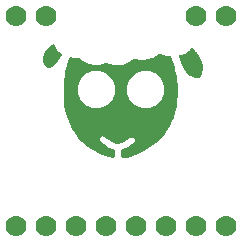
<source format=gtl>
G04 #@! TF.FileFunction,Copper,L1,Top,Signal*
%FSLAX46Y46*%
G04 Gerber Fmt 4.6, Leading zero omitted, Abs format (unit mm)*
G04 Created by KiCad (PCBNEW 4.0.7) date 09/17/17 22:01:51*
%MOMM*%
%LPD*%
G01*
G04 APERTURE LIST*
%ADD10C,0.100000*%
%ADD11C,1.778000*%
%ADD12C,0.025400*%
%ADD13C,0.254000*%
G04 APERTURE END LIST*
D10*
D11*
X52303680Y-39850060D03*
X54843680Y-39850060D03*
X67543680Y-39850060D03*
X70083680Y-39850060D03*
X52303680Y-57630060D03*
X54843680Y-57630060D03*
X57383680Y-57630060D03*
X59923680Y-57630060D03*
X62463680Y-57630060D03*
X65003680Y-57630060D03*
X67543680Y-57630060D03*
X70083680Y-57630060D03*
D12*
X55433370Y-42220396D02*
X55433370Y-42220396D01*
X55370716Y-42271196D02*
X55441391Y-42271196D01*
X55308063Y-42321996D02*
X55449412Y-42321996D01*
X55245410Y-42372796D02*
X55457433Y-42372796D01*
X55182756Y-42423596D02*
X55476749Y-42423596D01*
X55120103Y-42474396D02*
X55502149Y-42474396D01*
X55059758Y-42525196D02*
X55527549Y-42525196D01*
X55003313Y-42575996D02*
X55553556Y-42575996D01*
X54954804Y-42626796D02*
X55590245Y-42626796D01*
X54909504Y-42677596D02*
X55626934Y-42677596D01*
X54864553Y-42728396D02*
X55663622Y-42728396D01*
X54826453Y-42779196D02*
X55705229Y-42779196D01*
X54788353Y-42829996D02*
X55752122Y-42829996D01*
X54755327Y-42880796D02*
X55799014Y-42880796D01*
X54731881Y-42931596D02*
X55864561Y-42931596D01*
X54708435Y-42982396D02*
X55932294Y-42982396D01*
X54690354Y-43033196D02*
X56006974Y-43033196D01*
X54673421Y-43083996D02*
X56088254Y-43083996D01*
X54656488Y-43134796D02*
X56076384Y-43134796D01*
X54641070Y-43185596D02*
X56025584Y-43185596D01*
X54629118Y-43236396D02*
X55989829Y-43236396D01*
X54617165Y-43287196D02*
X55959349Y-43287196D01*
X54605212Y-43337996D02*
X55928869Y-43337996D01*
X54600879Y-43388796D02*
X55898389Y-43388796D01*
X54596645Y-43439596D02*
X55867909Y-43439596D01*
X54595180Y-43490396D02*
X55837429Y-43490396D01*
X54595180Y-43541196D02*
X55799893Y-43541196D01*
X54596309Y-43591996D02*
X55760815Y-43591996D01*
X54599937Y-43642796D02*
X55721738Y-43642796D01*
X54603566Y-43693596D02*
X55682661Y-43693596D01*
X54610431Y-43744396D02*
X55643584Y-43744396D01*
X54619668Y-43795196D02*
X55602527Y-43795196D01*
X54633295Y-43845996D02*
X55560692Y-43845996D01*
X54652344Y-43896796D02*
X55518857Y-43896796D01*
X54681852Y-43947596D02*
X55471755Y-43947596D01*
X54712435Y-43998396D02*
X55416336Y-43998396D01*
X54774524Y-44049196D02*
X55355049Y-44049196D01*
X54840380Y-44099996D02*
X55276027Y-44099996D01*
X54944547Y-44150796D02*
X55142378Y-44150796D01*
X55459935Y-42388641D02*
X55461121Y-42392340D01*
X55551121Y-42572340D01*
X55552184Y-42574096D01*
X55682184Y-42754096D01*
X55683148Y-42755274D01*
X55803148Y-42885274D01*
X55804860Y-42886820D01*
X55964860Y-43006820D01*
X55965749Y-43007430D01*
X56112211Y-43098969D01*
X56013500Y-43197680D01*
X56011590Y-43200126D01*
X55831966Y-43499500D01*
X55632552Y-43758737D01*
X55493243Y-43927898D01*
X55374698Y-44036564D01*
X55237256Y-44124920D01*
X55130215Y-44154113D01*
X55022955Y-44163864D01*
X54907257Y-44144581D01*
X54820038Y-44086435D01*
X54712233Y-43998231D01*
X54653964Y-43901117D01*
X54624772Y-43823269D01*
X54605099Y-43715071D01*
X54595180Y-43576203D01*
X54595180Y-43457187D01*
X54605058Y-43338651D01*
X54644710Y-43170130D01*
X54704305Y-42991345D01*
X54763447Y-42863204D01*
X54882100Y-42705000D01*
X54921460Y-42665640D01*
X54922123Y-42664925D01*
X54981588Y-42595549D01*
X55080738Y-42506314D01*
X55433370Y-42220396D01*
X55459935Y-42388641D01*
X67114101Y-42596241D02*
X67114101Y-42596241D01*
X67077814Y-42647041D02*
X67176411Y-42647041D01*
X67035337Y-42697841D02*
X67245577Y-42697841D01*
X66988459Y-42748641D02*
X67293704Y-42748641D01*
X66937659Y-42799441D02*
X67341831Y-42799441D01*
X66881959Y-42850241D02*
X67389957Y-42850241D01*
X66818804Y-42901041D02*
X67436474Y-42901041D01*
X66742604Y-42951841D02*
X67479459Y-42951841D01*
X66648916Y-43002641D02*
X67522443Y-43002641D01*
X66547316Y-43053441D02*
X67560288Y-43053441D01*
X66399897Y-43104241D02*
X67596574Y-43104241D01*
X66303545Y-43155041D02*
X67632835Y-43155041D01*
X66123751Y-43205841D02*
X67668004Y-43205841D01*
X66093428Y-43256641D02*
X67703173Y-43256641D01*
X66106767Y-43307441D02*
X67734405Y-43307441D01*
X66120622Y-43358241D02*
X67761300Y-43358241D01*
X66135906Y-43409041D02*
X67788194Y-43409041D01*
X66151781Y-43459841D02*
X67814871Y-43459841D01*
X66167655Y-43510641D02*
X67840271Y-43510641D01*
X66185337Y-43561441D02*
X67865671Y-43561441D01*
X66204392Y-43612241D02*
X67888130Y-43612241D01*
X66224712Y-43663041D02*
X67906273Y-43663041D01*
X66245032Y-43713841D02*
X67924415Y-43713841D01*
X66265352Y-43764641D02*
X67937909Y-43764641D01*
X66285672Y-43815441D02*
X67949198Y-43815441D01*
X66306241Y-43866241D02*
X67960487Y-43866241D01*
X66329332Y-43917041D02*
X67972238Y-43917041D01*
X66352423Y-43967841D02*
X67986752Y-43967841D01*
X66375514Y-44018641D02*
X68001266Y-44018641D01*
X66398605Y-44069441D02*
X68011179Y-44069441D01*
X66424327Y-44120241D02*
X68014354Y-44120241D01*
X66450831Y-44171041D02*
X68017529Y-44171041D01*
X66477335Y-44221841D02*
X68018918Y-44221841D01*
X66503840Y-44272641D02*
X68016096Y-44272641D01*
X66532475Y-44323441D02*
X68013274Y-44323441D01*
X66567111Y-44374241D02*
X68010452Y-44374241D01*
X66601748Y-44425041D02*
X68002363Y-44425041D01*
X66636384Y-44475841D02*
X67992838Y-44475841D01*
X66671021Y-44526641D02*
X67983313Y-44526641D01*
X66714772Y-44577441D02*
X67970478Y-44577441D01*
X66758946Y-44628241D02*
X67955964Y-44628241D01*
X66803120Y-44679041D02*
X67941449Y-44679041D01*
X66847293Y-44729841D02*
X67923573Y-44729841D01*
X66903531Y-44780641D02*
X67905431Y-44780641D01*
X66973870Y-44831441D02*
X67884385Y-44831441D01*
X67044208Y-44882241D02*
X67852057Y-44882241D01*
X67138872Y-44933041D02*
X67818139Y-44933041D01*
X67235392Y-44983841D02*
X67767339Y-44983841D01*
X67386584Y-45034641D02*
X67673360Y-45034641D01*
X67133500Y-42615640D02*
X67135010Y-42616931D01*
X67244065Y-42696244D01*
X67423020Y-42885140D01*
X67532448Y-43014464D01*
X67632079Y-43153948D01*
X67721610Y-43283271D01*
X67811184Y-43452466D01*
X67880779Y-43591656D01*
X67930252Y-43730182D01*
X67970082Y-43909415D01*
X67970269Y-43910149D01*
X68009891Y-44048825D01*
X68019758Y-44206706D01*
X68009846Y-44385132D01*
X67980107Y-44543737D01*
X67940382Y-44682775D01*
X67891001Y-44821043D01*
X67822512Y-44928668D01*
X67735730Y-45015450D01*
X67610572Y-45053960D01*
X67444540Y-45053960D01*
X67237478Y-44984939D01*
X67049194Y-44885842D01*
X66871099Y-44757218D01*
X66672555Y-44528892D01*
X66523398Y-44310129D01*
X66403897Y-44081085D01*
X66304165Y-43861676D01*
X66204308Y-43612033D01*
X66174499Y-43532542D01*
X66124676Y-43373107D01*
X66094845Y-43263728D01*
X66085361Y-43216311D01*
X66295822Y-43158913D01*
X66298648Y-43157762D01*
X66387619Y-43108334D01*
X66536496Y-43058708D01*
X66538160Y-43058019D01*
X66718160Y-42968019D01*
X66719525Y-42967227D01*
X66839525Y-42887227D01*
X66840843Y-42886218D01*
X66920843Y-42816218D01*
X66921460Y-42815640D01*
X67011460Y-42725640D01*
X67012123Y-42724925D01*
X67072123Y-42654925D01*
X67072814Y-42654042D01*
X67114101Y-42596241D01*
X67133500Y-42615640D01*
D13*
G36*
X64409648Y-43143898D02*
X64424146Y-43151436D01*
X64574006Y-43217476D01*
X64580627Y-43220174D01*
X64743187Y-43281134D01*
X64755908Y-43285156D01*
X64961648Y-43338496D01*
X64971195Y-43340582D01*
X65113435Y-43365982D01*
X65118209Y-43366741D01*
X65227429Y-43381981D01*
X65236341Y-43382906D01*
X65312050Y-43388068D01*
X65359702Y-43544638D01*
X65359816Y-43545009D01*
X65440300Y-43806581D01*
X65540561Y-44190082D01*
X65598398Y-44454120D01*
X65666288Y-44770937D01*
X65703696Y-44995388D01*
X65763971Y-45409778D01*
X65793847Y-45738414D01*
X65801311Y-45927496D01*
X65811364Y-46274336D01*
X65806396Y-46532699D01*
X65783960Y-46891667D01*
X65746414Y-47187031D01*
X65719112Y-47395518D01*
X65642101Y-47765667D01*
X65575317Y-48013014D01*
X65455280Y-48383129D01*
X65346194Y-48673200D01*
X65161597Y-49072328D01*
X65001614Y-49375066D01*
X64731932Y-49764879D01*
X64459435Y-50054559D01*
X64070306Y-50416250D01*
X63752119Y-50664834D01*
X63320375Y-50966805D01*
X63006171Y-51144937D01*
X62382658Y-51452937D01*
X62125401Y-51549408D01*
X61910203Y-51626088D01*
X61680966Y-51687711D01*
X61395165Y-51754233D01*
X61270869Y-51769149D01*
X61255076Y-51242718D01*
X61322335Y-51225127D01*
X61331743Y-51222273D01*
X61529863Y-51153693D01*
X61546986Y-51146318D01*
X61790826Y-51019318D01*
X61797067Y-51015841D01*
X61985027Y-50904081D01*
X61996680Y-50896249D01*
X62109144Y-50811276D01*
X62234250Y-50723702D01*
X62242723Y-50717224D01*
X62318923Y-50653724D01*
X62342640Y-50627573D01*
X62385820Y-50564073D01*
X62400670Y-50534615D01*
X62418450Y-50483815D01*
X62424599Y-50457612D01*
X62432219Y-50396652D01*
X62432477Y-50367370D01*
X62424857Y-50296250D01*
X62414469Y-50257830D01*
X62381449Y-50184170D01*
X62364270Y-50156212D01*
X62321090Y-50102872D01*
X62298580Y-50081180D01*
X62237620Y-50035460D01*
X62197913Y-50015416D01*
X62121713Y-49992556D01*
X62108983Y-49989443D01*
X62055643Y-49979283D01*
X62010422Y-49978866D01*
X61921522Y-49994106D01*
X61873381Y-50013049D01*
X61799721Y-50061309D01*
X61792272Y-50066581D01*
X61695752Y-50140241D01*
X61694830Y-50140952D01*
X61563726Y-50242922D01*
X61430659Y-50322762D01*
X61317978Y-50389891D01*
X61191147Y-50446512D01*
X61052723Y-50485089D01*
X60904006Y-50507622D01*
X60755553Y-50503319D01*
X60570806Y-50452124D01*
X60389906Y-50363993D01*
X60184901Y-50232204D01*
X60002751Y-50104949D01*
X59880219Y-50014926D01*
X59786957Y-49944349D01*
X59748564Y-49924515D01*
X59700304Y-49909275D01*
X59684778Y-49905429D01*
X59628898Y-49895269D01*
X59600663Y-49893340D01*
X59542243Y-49895880D01*
X59504040Y-49903523D01*
X59427840Y-49931463D01*
X59399270Y-49946282D01*
X59333230Y-49992002D01*
X59306350Y-50017084D01*
X59255550Y-50080584D01*
X59233762Y-50121213D01*
X59213442Y-50184713D01*
X59207954Y-50211566D01*
X59200334Y-50292846D01*
X59204255Y-50338116D01*
X59227115Y-50421936D01*
X59234450Y-50442001D01*
X59267470Y-50513121D01*
X59302438Y-50558095D01*
X59371018Y-50613975D01*
X59374603Y-50616791D01*
X59468583Y-50687911D01*
X59469020Y-50688240D01*
X59601100Y-50787300D01*
X59605278Y-50790303D01*
X59760218Y-50896983D01*
X59764786Y-50899985D01*
X59934966Y-51006665D01*
X59940157Y-51009750D01*
X60102717Y-51101190D01*
X60112563Y-51106178D01*
X60275123Y-51179838D01*
X60290649Y-51185684D01*
X60432889Y-51228864D01*
X60434890Y-51229454D01*
X60469802Y-51239429D01*
X60483423Y-51743407D01*
X60460908Y-51739547D01*
X60151269Y-51672665D01*
X59828552Y-51574125D01*
X59529510Y-51455498D01*
X59188501Y-51296194D01*
X58939517Y-51160609D01*
X58603203Y-50943873D01*
X58375070Y-50780212D01*
X58116884Y-50571678D01*
X57900439Y-50372648D01*
X57618989Y-50096135D01*
X57333372Y-49719417D01*
X57118400Y-49375955D01*
X56904993Y-48956586D01*
X56731345Y-48527426D01*
X56594648Y-48080055D01*
X56517473Y-47738992D01*
X56457657Y-47419973D01*
X56420520Y-47122872D01*
X56403155Y-46850002D01*
X56395620Y-46493342D01*
X56395620Y-46410203D01*
X57331985Y-46410203D01*
X57590614Y-47036132D01*
X58069089Y-47515443D01*
X58694566Y-47775164D01*
X59371823Y-47775755D01*
X59997752Y-47517126D01*
X60477063Y-47038651D01*
X60736784Y-46413174D01*
X60736786Y-46410203D01*
X61522985Y-46410203D01*
X61781614Y-47036132D01*
X62260089Y-47515443D01*
X62885566Y-47775164D01*
X63562823Y-47775755D01*
X64188752Y-47517126D01*
X64668063Y-47038651D01*
X64927784Y-46413174D01*
X64928375Y-45735917D01*
X64669746Y-45109988D01*
X64191271Y-44630677D01*
X63565794Y-44370956D01*
X62888537Y-44370365D01*
X62262608Y-44628994D01*
X61783297Y-45107469D01*
X61523576Y-45732946D01*
X61522985Y-46410203D01*
X60736786Y-46410203D01*
X60737375Y-45735917D01*
X60478746Y-45109988D01*
X60000271Y-44630677D01*
X59374794Y-44370956D01*
X58697537Y-44370365D01*
X58071608Y-44628994D01*
X57592297Y-45107469D01*
X57332576Y-45732946D01*
X57331985Y-46410203D01*
X56395620Y-46410203D01*
X56395620Y-46090651D01*
X56408154Y-45752238D01*
X56443274Y-45255541D01*
X56488435Y-44924359D01*
X56488515Y-44923768D01*
X56538791Y-44541668D01*
X56595486Y-44253265D01*
X56662536Y-44012381D01*
X56758819Y-43682992D01*
X56759480Y-43680648D01*
X56814331Y-43478697D01*
X56824273Y-43449393D01*
X56840482Y-43452311D01*
X56842915Y-43452725D01*
X56969915Y-43473045D01*
X56980240Y-43474266D01*
X57077998Y-43481786D01*
X57180848Y-43491820D01*
X57189839Y-43492376D01*
X57286359Y-43494916D01*
X57286445Y-43494918D01*
X57385505Y-43497458D01*
X57392191Y-43497454D01*
X57484469Y-43494960D01*
X57484479Y-43494960D01*
X57515005Y-43520790D01*
X57518015Y-43523259D01*
X57716135Y-43680739D01*
X57728471Y-43689402D01*
X57847851Y-43763062D01*
X57850148Y-43764446D01*
X57936508Y-43815246D01*
X57937890Y-43816047D01*
X58044570Y-43877007D01*
X58051800Y-43880835D01*
X58166100Y-43936715D01*
X58178479Y-43941974D01*
X58290239Y-43982614D01*
X58292660Y-43983467D01*
X58404420Y-44021567D01*
X58409209Y-44023094D01*
X58503189Y-44051034D01*
X58505243Y-44051626D01*
X58614463Y-44082106D01*
X58628194Y-44085130D01*
X58737414Y-44102910D01*
X58746526Y-44104057D01*
X58888766Y-44116757D01*
X58891421Y-44116966D01*
X59003181Y-44124586D01*
X59015915Y-44124814D01*
X59173395Y-44119734D01*
X59181692Y-44119194D01*
X59311232Y-44106494D01*
X59321338Y-44105091D01*
X59448338Y-44082231D01*
X59453390Y-44081216D01*
X59590550Y-44050736D01*
X59603161Y-44047243D01*
X59732701Y-44004063D01*
X59738130Y-44002115D01*
X59837190Y-43964015D01*
X59844820Y-43960791D01*
X59895373Y-43937459D01*
X59898789Y-43938760D01*
X59899407Y-43938994D01*
X60061967Y-43999954D01*
X60073474Y-44003654D01*
X60233494Y-44046834D01*
X60237862Y-44047930D01*
X60380102Y-44080950D01*
X60387941Y-44082512D01*
X60540341Y-44107912D01*
X60554982Y-44109487D01*
X60708541Y-44117039D01*
X60813792Y-44124557D01*
X60827143Y-44124807D01*
X60977003Y-44119727D01*
X60984198Y-44119278D01*
X61123898Y-44106578D01*
X61138131Y-44104466D01*
X61285451Y-44073986D01*
X61292532Y-44072308D01*
X61510972Y-44013888D01*
X61526878Y-44008484D01*
X61691978Y-43939904D01*
X61702931Y-43934729D01*
X61860411Y-43850909D01*
X61870241Y-43845095D01*
X62002321Y-43758735D01*
X62006449Y-43755918D01*
X62138529Y-43661938D01*
X62150627Y-43652161D01*
X62216015Y-43592338D01*
X62235102Y-43598337D01*
X62253574Y-43602658D01*
X62416134Y-43628058D01*
X62417525Y-43628267D01*
X62592785Y-43653667D01*
X62600306Y-43654529D01*
X62780646Y-43669769D01*
X62791340Y-43670220D01*
X62976760Y-43670220D01*
X62981579Y-43670129D01*
X63182239Y-43662509D01*
X63194891Y-43661393D01*
X63377771Y-43635993D01*
X63384148Y-43634941D01*
X63556868Y-43601921D01*
X63568855Y-43599019D01*
X63741575Y-43548219D01*
X63754189Y-43543775D01*
X63914209Y-43477735D01*
X63923605Y-43473402D01*
X64032825Y-43417522D01*
X64042709Y-43411893D01*
X64159549Y-43338233D01*
X64171418Y-43329760D01*
X64288258Y-43235780D01*
X64295077Y-43229885D01*
X64366197Y-43163845D01*
X64376546Y-43153031D01*
X64392911Y-43133778D01*
X64409648Y-43143898D01*
X64409648Y-43143898D01*
G37*
X64409648Y-43143898D02*
X64424146Y-43151436D01*
X64574006Y-43217476D01*
X64580627Y-43220174D01*
X64743187Y-43281134D01*
X64755908Y-43285156D01*
X64961648Y-43338496D01*
X64971195Y-43340582D01*
X65113435Y-43365982D01*
X65118209Y-43366741D01*
X65227429Y-43381981D01*
X65236341Y-43382906D01*
X65312050Y-43388068D01*
X65359702Y-43544638D01*
X65359816Y-43545009D01*
X65440300Y-43806581D01*
X65540561Y-44190082D01*
X65598398Y-44454120D01*
X65666288Y-44770937D01*
X65703696Y-44995388D01*
X65763971Y-45409778D01*
X65793847Y-45738414D01*
X65801311Y-45927496D01*
X65811364Y-46274336D01*
X65806396Y-46532699D01*
X65783960Y-46891667D01*
X65746414Y-47187031D01*
X65719112Y-47395518D01*
X65642101Y-47765667D01*
X65575317Y-48013014D01*
X65455280Y-48383129D01*
X65346194Y-48673200D01*
X65161597Y-49072328D01*
X65001614Y-49375066D01*
X64731932Y-49764879D01*
X64459435Y-50054559D01*
X64070306Y-50416250D01*
X63752119Y-50664834D01*
X63320375Y-50966805D01*
X63006171Y-51144937D01*
X62382658Y-51452937D01*
X62125401Y-51549408D01*
X61910203Y-51626088D01*
X61680966Y-51687711D01*
X61395165Y-51754233D01*
X61270869Y-51769149D01*
X61255076Y-51242718D01*
X61322335Y-51225127D01*
X61331743Y-51222273D01*
X61529863Y-51153693D01*
X61546986Y-51146318D01*
X61790826Y-51019318D01*
X61797067Y-51015841D01*
X61985027Y-50904081D01*
X61996680Y-50896249D01*
X62109144Y-50811276D01*
X62234250Y-50723702D01*
X62242723Y-50717224D01*
X62318923Y-50653724D01*
X62342640Y-50627573D01*
X62385820Y-50564073D01*
X62400670Y-50534615D01*
X62418450Y-50483815D01*
X62424599Y-50457612D01*
X62432219Y-50396652D01*
X62432477Y-50367370D01*
X62424857Y-50296250D01*
X62414469Y-50257830D01*
X62381449Y-50184170D01*
X62364270Y-50156212D01*
X62321090Y-50102872D01*
X62298580Y-50081180D01*
X62237620Y-50035460D01*
X62197913Y-50015416D01*
X62121713Y-49992556D01*
X62108983Y-49989443D01*
X62055643Y-49979283D01*
X62010422Y-49978866D01*
X61921522Y-49994106D01*
X61873381Y-50013049D01*
X61799721Y-50061309D01*
X61792272Y-50066581D01*
X61695752Y-50140241D01*
X61694830Y-50140952D01*
X61563726Y-50242922D01*
X61430659Y-50322762D01*
X61317978Y-50389891D01*
X61191147Y-50446512D01*
X61052723Y-50485089D01*
X60904006Y-50507622D01*
X60755553Y-50503319D01*
X60570806Y-50452124D01*
X60389906Y-50363993D01*
X60184901Y-50232204D01*
X60002751Y-50104949D01*
X59880219Y-50014926D01*
X59786957Y-49944349D01*
X59748564Y-49924515D01*
X59700304Y-49909275D01*
X59684778Y-49905429D01*
X59628898Y-49895269D01*
X59600663Y-49893340D01*
X59542243Y-49895880D01*
X59504040Y-49903523D01*
X59427840Y-49931463D01*
X59399270Y-49946282D01*
X59333230Y-49992002D01*
X59306350Y-50017084D01*
X59255550Y-50080584D01*
X59233762Y-50121213D01*
X59213442Y-50184713D01*
X59207954Y-50211566D01*
X59200334Y-50292846D01*
X59204255Y-50338116D01*
X59227115Y-50421936D01*
X59234450Y-50442001D01*
X59267470Y-50513121D01*
X59302438Y-50558095D01*
X59371018Y-50613975D01*
X59374603Y-50616791D01*
X59468583Y-50687911D01*
X59469020Y-50688240D01*
X59601100Y-50787300D01*
X59605278Y-50790303D01*
X59760218Y-50896983D01*
X59764786Y-50899985D01*
X59934966Y-51006665D01*
X59940157Y-51009750D01*
X60102717Y-51101190D01*
X60112563Y-51106178D01*
X60275123Y-51179838D01*
X60290649Y-51185684D01*
X60432889Y-51228864D01*
X60434890Y-51229454D01*
X60469802Y-51239429D01*
X60483423Y-51743407D01*
X60460908Y-51739547D01*
X60151269Y-51672665D01*
X59828552Y-51574125D01*
X59529510Y-51455498D01*
X59188501Y-51296194D01*
X58939517Y-51160609D01*
X58603203Y-50943873D01*
X58375070Y-50780212D01*
X58116884Y-50571678D01*
X57900439Y-50372648D01*
X57618989Y-50096135D01*
X57333372Y-49719417D01*
X57118400Y-49375955D01*
X56904993Y-48956586D01*
X56731345Y-48527426D01*
X56594648Y-48080055D01*
X56517473Y-47738992D01*
X56457657Y-47419973D01*
X56420520Y-47122872D01*
X56403155Y-46850002D01*
X56395620Y-46493342D01*
X56395620Y-46410203D01*
X57331985Y-46410203D01*
X57590614Y-47036132D01*
X58069089Y-47515443D01*
X58694566Y-47775164D01*
X59371823Y-47775755D01*
X59997752Y-47517126D01*
X60477063Y-47038651D01*
X60736784Y-46413174D01*
X60736786Y-46410203D01*
X61522985Y-46410203D01*
X61781614Y-47036132D01*
X62260089Y-47515443D01*
X62885566Y-47775164D01*
X63562823Y-47775755D01*
X64188752Y-47517126D01*
X64668063Y-47038651D01*
X64927784Y-46413174D01*
X64928375Y-45735917D01*
X64669746Y-45109988D01*
X64191271Y-44630677D01*
X63565794Y-44370956D01*
X62888537Y-44370365D01*
X62262608Y-44628994D01*
X61783297Y-45107469D01*
X61523576Y-45732946D01*
X61522985Y-46410203D01*
X60736786Y-46410203D01*
X60737375Y-45735917D01*
X60478746Y-45109988D01*
X60000271Y-44630677D01*
X59374794Y-44370956D01*
X58697537Y-44370365D01*
X58071608Y-44628994D01*
X57592297Y-45107469D01*
X57332576Y-45732946D01*
X57331985Y-46410203D01*
X56395620Y-46410203D01*
X56395620Y-46090651D01*
X56408154Y-45752238D01*
X56443274Y-45255541D01*
X56488435Y-44924359D01*
X56488515Y-44923768D01*
X56538791Y-44541668D01*
X56595486Y-44253265D01*
X56662536Y-44012381D01*
X56758819Y-43682992D01*
X56759480Y-43680648D01*
X56814331Y-43478697D01*
X56824273Y-43449393D01*
X56840482Y-43452311D01*
X56842915Y-43452725D01*
X56969915Y-43473045D01*
X56980240Y-43474266D01*
X57077998Y-43481786D01*
X57180848Y-43491820D01*
X57189839Y-43492376D01*
X57286359Y-43494916D01*
X57286445Y-43494918D01*
X57385505Y-43497458D01*
X57392191Y-43497454D01*
X57484469Y-43494960D01*
X57484479Y-43494960D01*
X57515005Y-43520790D01*
X57518015Y-43523259D01*
X57716135Y-43680739D01*
X57728471Y-43689402D01*
X57847851Y-43763062D01*
X57850148Y-43764446D01*
X57936508Y-43815246D01*
X57937890Y-43816047D01*
X58044570Y-43877007D01*
X58051800Y-43880835D01*
X58166100Y-43936715D01*
X58178479Y-43941974D01*
X58290239Y-43982614D01*
X58292660Y-43983467D01*
X58404420Y-44021567D01*
X58409209Y-44023094D01*
X58503189Y-44051034D01*
X58505243Y-44051626D01*
X58614463Y-44082106D01*
X58628194Y-44085130D01*
X58737414Y-44102910D01*
X58746526Y-44104057D01*
X58888766Y-44116757D01*
X58891421Y-44116966D01*
X59003181Y-44124586D01*
X59015915Y-44124814D01*
X59173395Y-44119734D01*
X59181692Y-44119194D01*
X59311232Y-44106494D01*
X59321338Y-44105091D01*
X59448338Y-44082231D01*
X59453390Y-44081216D01*
X59590550Y-44050736D01*
X59603161Y-44047243D01*
X59732701Y-44004063D01*
X59738130Y-44002115D01*
X59837190Y-43964015D01*
X59844820Y-43960791D01*
X59895373Y-43937459D01*
X59898789Y-43938760D01*
X59899407Y-43938994D01*
X60061967Y-43999954D01*
X60073474Y-44003654D01*
X60233494Y-44046834D01*
X60237862Y-44047930D01*
X60380102Y-44080950D01*
X60387941Y-44082512D01*
X60540341Y-44107912D01*
X60554982Y-44109487D01*
X60708541Y-44117039D01*
X60813792Y-44124557D01*
X60827143Y-44124807D01*
X60977003Y-44119727D01*
X60984198Y-44119278D01*
X61123898Y-44106578D01*
X61138131Y-44104466D01*
X61285451Y-44073986D01*
X61292532Y-44072308D01*
X61510972Y-44013888D01*
X61526878Y-44008484D01*
X61691978Y-43939904D01*
X61702931Y-43934729D01*
X61860411Y-43850909D01*
X61870241Y-43845095D01*
X62002321Y-43758735D01*
X62006449Y-43755918D01*
X62138529Y-43661938D01*
X62150627Y-43652161D01*
X62216015Y-43592338D01*
X62235102Y-43598337D01*
X62253574Y-43602658D01*
X62416134Y-43628058D01*
X62417525Y-43628267D01*
X62592785Y-43653667D01*
X62600306Y-43654529D01*
X62780646Y-43669769D01*
X62791340Y-43670220D01*
X62976760Y-43670220D01*
X62981579Y-43670129D01*
X63182239Y-43662509D01*
X63194891Y-43661393D01*
X63377771Y-43635993D01*
X63384148Y-43634941D01*
X63556868Y-43601921D01*
X63568855Y-43599019D01*
X63741575Y-43548219D01*
X63754189Y-43543775D01*
X63914209Y-43477735D01*
X63923605Y-43473402D01*
X64032825Y-43417522D01*
X64042709Y-43411893D01*
X64159549Y-43338233D01*
X64171418Y-43329760D01*
X64288258Y-43235780D01*
X64295077Y-43229885D01*
X64366197Y-43163845D01*
X64376546Y-43153031D01*
X64392911Y-43133778D01*
X64409648Y-43143898D01*
M02*

</source>
